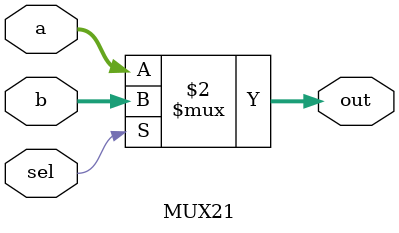
<source format=v>
`timescale 1ns / 1ps



module MUX21#(parameter width=32)(
    input[width-1:0] a,
    input[width-1:0] b,
    input sel,
    output [width-1:0] out
    );
    assign out=(sel==1'b0)?a:b;
endmodule

</source>
